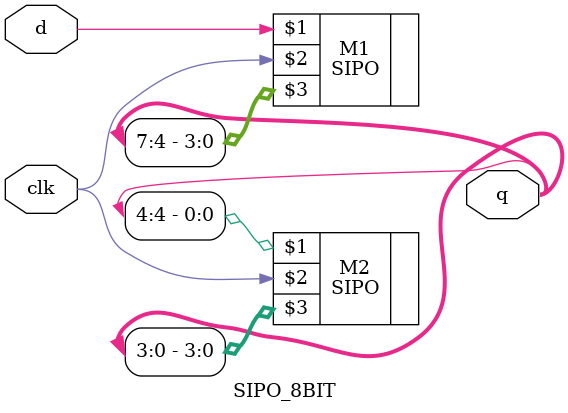
<source format=v>
`timescale 1ns / 1ps

module SIPO_8BIT(d,clk,q);
input d;
input clk;
output [7:0] q;

SIPO M1(d,clk,q[7:4]);
SIPO M2(q[4],clk,q[3:0]);

endmodule

</source>
